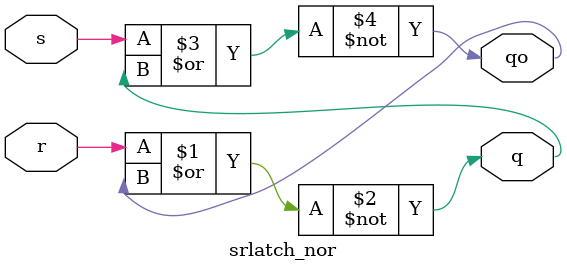
<source format=sv>
module srlatch_nor(s,r,q,qo);
  input s,r;
  output q,qo;
  assign q = ~(r|qo);
  assign qo = ~(s|q);
endmodule

</source>
